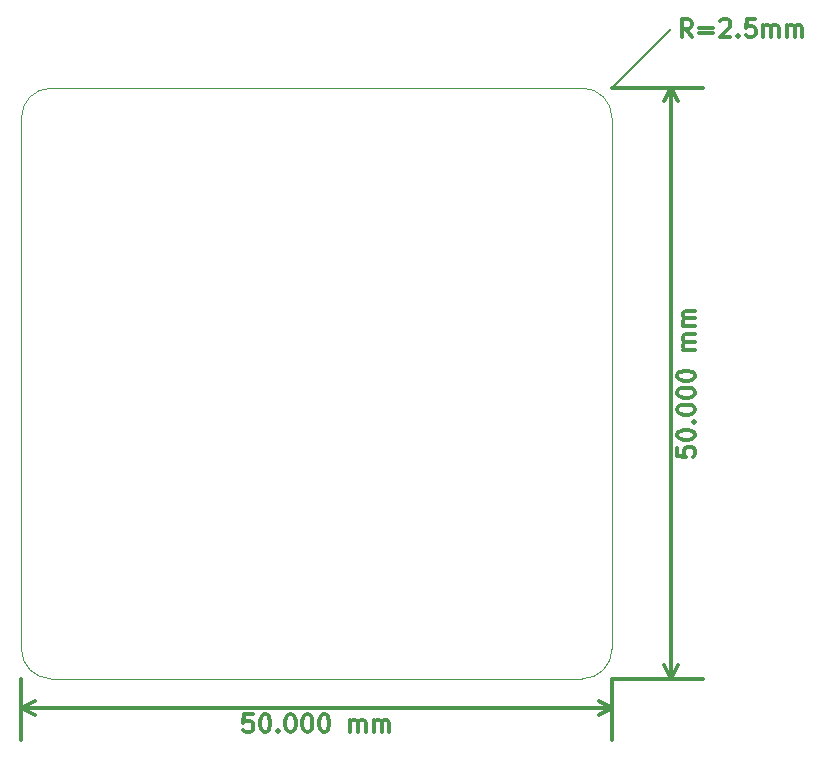
<source format=gbr>
G04 #@! TF.FileFunction,Drawing*
%FSLAX46Y46*%
G04 Gerber Fmt 4.6, Leading zero omitted, Abs format (unit mm)*
G04 Created by KiCad (PCBNEW 4.0.2+dfsg1-stable) date Mon 02 Okt 2017 19:03:43 CEST*
%MOMM*%
G01*
G04 APERTURE LIST*
%ADD10C,0.100000*%
%ADD11C,0.300000*%
%ADD12C,0.200000*%
G04 APERTURE END LIST*
D10*
D11*
X56750001Y54321429D02*
X56250001Y55035714D01*
X55892858Y54321429D02*
X55892858Y55821429D01*
X56464286Y55821429D01*
X56607144Y55750000D01*
X56678572Y55678571D01*
X56750001Y55535714D01*
X56750001Y55321429D01*
X56678572Y55178571D01*
X56607144Y55107143D01*
X56464286Y55035714D01*
X55892858Y55035714D01*
X57392858Y55107143D02*
X58535715Y55107143D01*
X58535715Y54678571D02*
X57392858Y54678571D01*
X59178572Y55678571D02*
X59250001Y55750000D01*
X59392858Y55821429D01*
X59750001Y55821429D01*
X59892858Y55750000D01*
X59964287Y55678571D01*
X60035715Y55535714D01*
X60035715Y55392857D01*
X59964287Y55178571D01*
X59107144Y54321429D01*
X60035715Y54321429D01*
X60678572Y54464286D02*
X60750000Y54392857D01*
X60678572Y54321429D01*
X60607143Y54392857D01*
X60678572Y54464286D01*
X60678572Y54321429D01*
X62107144Y55821429D02*
X61392858Y55821429D01*
X61321429Y55107143D01*
X61392858Y55178571D01*
X61535715Y55250000D01*
X61892858Y55250000D01*
X62035715Y55178571D01*
X62107144Y55107143D01*
X62178572Y54964286D01*
X62178572Y54607143D01*
X62107144Y54464286D01*
X62035715Y54392857D01*
X61892858Y54321429D01*
X61535715Y54321429D01*
X61392858Y54392857D01*
X61321429Y54464286D01*
X62821429Y54321429D02*
X62821429Y55321429D01*
X62821429Y55178571D02*
X62892857Y55250000D01*
X63035715Y55321429D01*
X63250000Y55321429D01*
X63392857Y55250000D01*
X63464286Y55107143D01*
X63464286Y54321429D01*
X63464286Y55107143D02*
X63535715Y55250000D01*
X63678572Y55321429D01*
X63892857Y55321429D01*
X64035715Y55250000D01*
X64107143Y55107143D01*
X64107143Y54321429D01*
X64821429Y54321429D02*
X64821429Y55321429D01*
X64821429Y55178571D02*
X64892857Y55250000D01*
X65035715Y55321429D01*
X65250000Y55321429D01*
X65392857Y55250000D01*
X65464286Y55107143D01*
X65464286Y54321429D01*
X65464286Y55107143D02*
X65535715Y55250000D01*
X65678572Y55321429D01*
X65892857Y55321429D01*
X66035715Y55250000D01*
X66107143Y55107143D01*
X66107143Y54321429D01*
D12*
X50000000Y50000000D02*
X55000000Y55000000D01*
D11*
X19571430Y-3028571D02*
X18857144Y-3028571D01*
X18785715Y-3742857D01*
X18857144Y-3671429D01*
X19000001Y-3600000D01*
X19357144Y-3600000D01*
X19500001Y-3671429D01*
X19571430Y-3742857D01*
X19642858Y-3885714D01*
X19642858Y-4242857D01*
X19571430Y-4385714D01*
X19500001Y-4457143D01*
X19357144Y-4528571D01*
X19000001Y-4528571D01*
X18857144Y-4457143D01*
X18785715Y-4385714D01*
X20571429Y-3028571D02*
X20714286Y-3028571D01*
X20857143Y-3100000D01*
X20928572Y-3171429D01*
X21000001Y-3314286D01*
X21071429Y-3600000D01*
X21071429Y-3957143D01*
X21000001Y-4242857D01*
X20928572Y-4385714D01*
X20857143Y-4457143D01*
X20714286Y-4528571D01*
X20571429Y-4528571D01*
X20428572Y-4457143D01*
X20357143Y-4385714D01*
X20285715Y-4242857D01*
X20214286Y-3957143D01*
X20214286Y-3600000D01*
X20285715Y-3314286D01*
X20357143Y-3171429D01*
X20428572Y-3100000D01*
X20571429Y-3028571D01*
X21714286Y-4385714D02*
X21785714Y-4457143D01*
X21714286Y-4528571D01*
X21642857Y-4457143D01*
X21714286Y-4385714D01*
X21714286Y-4528571D01*
X22714286Y-3028571D02*
X22857143Y-3028571D01*
X23000000Y-3100000D01*
X23071429Y-3171429D01*
X23142858Y-3314286D01*
X23214286Y-3600000D01*
X23214286Y-3957143D01*
X23142858Y-4242857D01*
X23071429Y-4385714D01*
X23000000Y-4457143D01*
X22857143Y-4528571D01*
X22714286Y-4528571D01*
X22571429Y-4457143D01*
X22500000Y-4385714D01*
X22428572Y-4242857D01*
X22357143Y-3957143D01*
X22357143Y-3600000D01*
X22428572Y-3314286D01*
X22500000Y-3171429D01*
X22571429Y-3100000D01*
X22714286Y-3028571D01*
X24142857Y-3028571D02*
X24285714Y-3028571D01*
X24428571Y-3100000D01*
X24500000Y-3171429D01*
X24571429Y-3314286D01*
X24642857Y-3600000D01*
X24642857Y-3957143D01*
X24571429Y-4242857D01*
X24500000Y-4385714D01*
X24428571Y-4457143D01*
X24285714Y-4528571D01*
X24142857Y-4528571D01*
X24000000Y-4457143D01*
X23928571Y-4385714D01*
X23857143Y-4242857D01*
X23785714Y-3957143D01*
X23785714Y-3600000D01*
X23857143Y-3314286D01*
X23928571Y-3171429D01*
X24000000Y-3100000D01*
X24142857Y-3028571D01*
X25571428Y-3028571D02*
X25714285Y-3028571D01*
X25857142Y-3100000D01*
X25928571Y-3171429D01*
X26000000Y-3314286D01*
X26071428Y-3600000D01*
X26071428Y-3957143D01*
X26000000Y-4242857D01*
X25928571Y-4385714D01*
X25857142Y-4457143D01*
X25714285Y-4528571D01*
X25571428Y-4528571D01*
X25428571Y-4457143D01*
X25357142Y-4385714D01*
X25285714Y-4242857D01*
X25214285Y-3957143D01*
X25214285Y-3600000D01*
X25285714Y-3314286D01*
X25357142Y-3171429D01*
X25428571Y-3100000D01*
X25571428Y-3028571D01*
X27857142Y-4528571D02*
X27857142Y-3528571D01*
X27857142Y-3671429D02*
X27928570Y-3600000D01*
X28071428Y-3528571D01*
X28285713Y-3528571D01*
X28428570Y-3600000D01*
X28499999Y-3742857D01*
X28499999Y-4528571D01*
X28499999Y-3742857D02*
X28571428Y-3600000D01*
X28714285Y-3528571D01*
X28928570Y-3528571D01*
X29071428Y-3600000D01*
X29142856Y-3742857D01*
X29142856Y-4528571D01*
X29857142Y-4528571D02*
X29857142Y-3528571D01*
X29857142Y-3671429D02*
X29928570Y-3600000D01*
X30071428Y-3528571D01*
X30285713Y-3528571D01*
X30428570Y-3600000D01*
X30499999Y-3742857D01*
X30499999Y-4528571D01*
X30499999Y-3742857D02*
X30571428Y-3600000D01*
X30714285Y-3528571D01*
X30928570Y-3528571D01*
X31071428Y-3600000D01*
X31142856Y-3742857D01*
X31142856Y-4528571D01*
X0Y-2500000D02*
X50000000Y-2500000D01*
X0Y0D02*
X0Y-5200000D01*
X50000000Y0D02*
X50000000Y-5200000D01*
X50000000Y-2500000D02*
X48873496Y-3086421D01*
X50000000Y-2500000D02*
X48873496Y-1913579D01*
X0Y-2500000D02*
X1126504Y-3086421D01*
X0Y-2500000D02*
X1126504Y-1913579D01*
X55528571Y19571430D02*
X55528571Y18857144D01*
X56242857Y18785715D01*
X56171429Y18857144D01*
X56100000Y19000001D01*
X56100000Y19357144D01*
X56171429Y19500001D01*
X56242857Y19571430D01*
X56385714Y19642858D01*
X56742857Y19642858D01*
X56885714Y19571430D01*
X56957143Y19500001D01*
X57028571Y19357144D01*
X57028571Y19000001D01*
X56957143Y18857144D01*
X56885714Y18785715D01*
X55528571Y20571429D02*
X55528571Y20714286D01*
X55600000Y20857143D01*
X55671429Y20928572D01*
X55814286Y21000001D01*
X56100000Y21071429D01*
X56457143Y21071429D01*
X56742857Y21000001D01*
X56885714Y20928572D01*
X56957143Y20857143D01*
X57028571Y20714286D01*
X57028571Y20571429D01*
X56957143Y20428572D01*
X56885714Y20357143D01*
X56742857Y20285715D01*
X56457143Y20214286D01*
X56100000Y20214286D01*
X55814286Y20285715D01*
X55671429Y20357143D01*
X55600000Y20428572D01*
X55528571Y20571429D01*
X56885714Y21714286D02*
X56957143Y21785714D01*
X57028571Y21714286D01*
X56957143Y21642857D01*
X56885714Y21714286D01*
X57028571Y21714286D01*
X55528571Y22714286D02*
X55528571Y22857143D01*
X55600000Y23000000D01*
X55671429Y23071429D01*
X55814286Y23142858D01*
X56100000Y23214286D01*
X56457143Y23214286D01*
X56742857Y23142858D01*
X56885714Y23071429D01*
X56957143Y23000000D01*
X57028571Y22857143D01*
X57028571Y22714286D01*
X56957143Y22571429D01*
X56885714Y22500000D01*
X56742857Y22428572D01*
X56457143Y22357143D01*
X56100000Y22357143D01*
X55814286Y22428572D01*
X55671429Y22500000D01*
X55600000Y22571429D01*
X55528571Y22714286D01*
X55528571Y24142857D02*
X55528571Y24285714D01*
X55600000Y24428571D01*
X55671429Y24500000D01*
X55814286Y24571429D01*
X56100000Y24642857D01*
X56457143Y24642857D01*
X56742857Y24571429D01*
X56885714Y24500000D01*
X56957143Y24428571D01*
X57028571Y24285714D01*
X57028571Y24142857D01*
X56957143Y24000000D01*
X56885714Y23928571D01*
X56742857Y23857143D01*
X56457143Y23785714D01*
X56100000Y23785714D01*
X55814286Y23857143D01*
X55671429Y23928571D01*
X55600000Y24000000D01*
X55528571Y24142857D01*
X55528571Y25571428D02*
X55528571Y25714285D01*
X55600000Y25857142D01*
X55671429Y25928571D01*
X55814286Y26000000D01*
X56100000Y26071428D01*
X56457143Y26071428D01*
X56742857Y26000000D01*
X56885714Y25928571D01*
X56957143Y25857142D01*
X57028571Y25714285D01*
X57028571Y25571428D01*
X56957143Y25428571D01*
X56885714Y25357142D01*
X56742857Y25285714D01*
X56457143Y25214285D01*
X56100000Y25214285D01*
X55814286Y25285714D01*
X55671429Y25357142D01*
X55600000Y25428571D01*
X55528571Y25571428D01*
X57028571Y27857142D02*
X56028571Y27857142D01*
X56171429Y27857142D02*
X56100000Y27928570D01*
X56028571Y28071428D01*
X56028571Y28285713D01*
X56100000Y28428570D01*
X56242857Y28499999D01*
X57028571Y28499999D01*
X56242857Y28499999D02*
X56100000Y28571428D01*
X56028571Y28714285D01*
X56028571Y28928570D01*
X56100000Y29071428D01*
X56242857Y29142856D01*
X57028571Y29142856D01*
X57028571Y29857142D02*
X56028571Y29857142D01*
X56171429Y29857142D02*
X56100000Y29928570D01*
X56028571Y30071428D01*
X56028571Y30285713D01*
X56100000Y30428570D01*
X56242857Y30499999D01*
X57028571Y30499999D01*
X56242857Y30499999D02*
X56100000Y30571428D01*
X56028571Y30714285D01*
X56028571Y30928570D01*
X56100000Y31071428D01*
X56242857Y31142856D01*
X57028571Y31142856D01*
X55000000Y0D02*
X55000000Y50000000D01*
X50000000Y0D02*
X57700000Y0D01*
X50000000Y50000000D02*
X57700000Y50000000D01*
X55000000Y50000000D02*
X55586421Y48873496D01*
X55000000Y50000000D02*
X54413579Y48873496D01*
X55000000Y0D02*
X55586421Y1126504D01*
X55000000Y0D02*
X54413579Y1126504D01*
D10*
X0Y2500000D02*
G75*
G03X2500000Y0I2500000J0D01*
G01*
X47500000Y0D02*
G75*
G03X50000000Y2500000I0J2500000D01*
G01*
X50000000Y2500000D02*
X50000000Y47500000D01*
X2500000Y0D02*
X47500000Y0D01*
X0Y47500000D02*
X0Y2500000D01*
X50000000Y47500000D02*
G75*
G03X47500000Y50000000I-2500000J0D01*
G01*
X2500000Y50000000D02*
G75*
G03X0Y47500000I0J-2500000D01*
G01*
X2500000Y50000000D02*
X47500000Y50000000D01*
M02*

</source>
